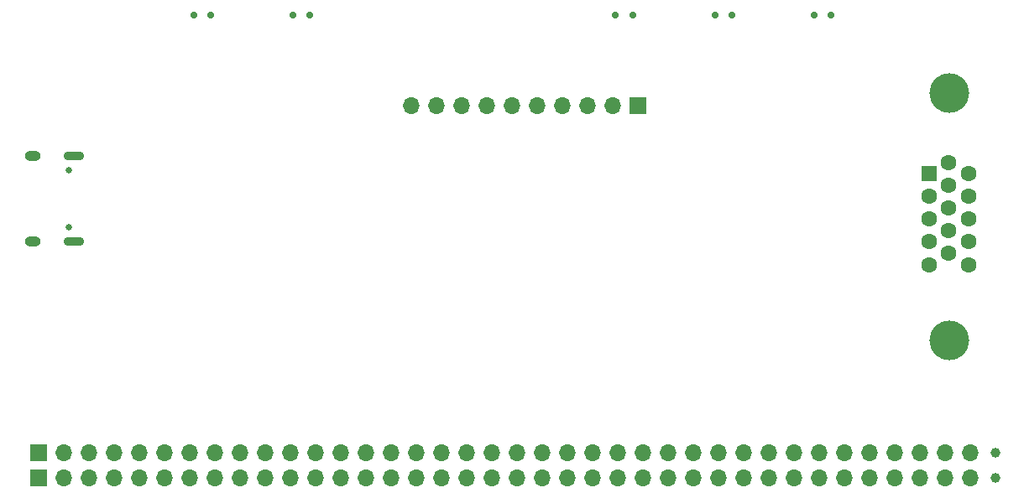
<source format=gbs>
G04 #@! TF.GenerationSoftware,KiCad,Pcbnew,6.0.7-f9a2dced07~116~ubuntu22.04.1*
G04 #@! TF.CreationDate,2022-10-07T14:15:52-07:00*
G04 #@! TF.ProjectId,rc2014compat-pico-vga,72633230-3134-4636-9f6d-7061742d7069,rev?*
G04 #@! TF.SameCoordinates,Original*
G04 #@! TF.FileFunction,Soldermask,Bot*
G04 #@! TF.FilePolarity,Negative*
%FSLAX46Y46*%
G04 Gerber Fmt 4.6, Leading zero omitted, Abs format (unit mm)*
G04 Created by KiCad (PCBNEW 6.0.7-f9a2dced07~116~ubuntu22.04.1) date 2022-10-07 14:15:52*
%MOMM*%
%LPD*%
G01*
G04 APERTURE LIST*
%ADD10C,0.700000*%
%ADD11R,1.700000X1.700000*%
%ADD12O,1.700000X1.700000*%
%ADD13C,4.000000*%
%ADD14R,1.600000X1.600000*%
%ADD15C,1.600000*%
%ADD16C,0.650000*%
%ADD17O,1.600000X1.000000*%
%ADD18O,2.100000X0.900000*%
%ADD19C,1.000000*%
G04 APERTURE END LIST*
D10*
G04 #@! TO.C,SW1*
X181362000Y-104910000D03*
X183062000Y-104910000D03*
G04 #@! TD*
G04 #@! TO.C,SW4*
X233940000Y-104910000D03*
X235640000Y-104910000D03*
G04 #@! TD*
G04 #@! TO.C,SW6*
X171362000Y-104910000D03*
X173062000Y-104910000D03*
G04 #@! TD*
D11*
G04 #@! TO.C,J1*
X216149300Y-114032800D03*
D12*
X213609300Y-114032800D03*
X211069300Y-114032800D03*
X208529300Y-114032800D03*
X205989300Y-114032800D03*
X203449300Y-114032800D03*
X200909300Y-114032800D03*
X198369300Y-114032800D03*
X195829300Y-114032800D03*
X193289300Y-114032800D03*
G04 #@! TD*
D13*
G04 #@! TO.C,J2*
X247605669Y-112737000D03*
X247605669Y-137737000D03*
D14*
X245555669Y-120922000D03*
D15*
X245555669Y-123212000D03*
X245555669Y-125502000D03*
X245555669Y-127792000D03*
X245555669Y-130082000D03*
X247535669Y-119777000D03*
X247535669Y-122067000D03*
X247535669Y-124357000D03*
X247535669Y-126647000D03*
X247535669Y-128937000D03*
X249515669Y-120922000D03*
X249515669Y-123212000D03*
X249515669Y-125502000D03*
X249515669Y-127792000D03*
X249515669Y-130082000D03*
G04 #@! TD*
D10*
G04 #@! TO.C,SW2*
X215640000Y-104910000D03*
X213940000Y-104910000D03*
G04 #@! TD*
G04 #@! TO.C,SW3*
X223940000Y-104910000D03*
X225640000Y-104910000D03*
G04 #@! TD*
D16*
G04 #@! TO.C,J3*
X158782000Y-126334000D03*
X158782000Y-120554000D03*
D17*
X155102000Y-127764000D03*
D18*
X159282000Y-119124000D03*
X159282000Y-127764000D03*
D17*
X155102000Y-119124000D03*
G04 #@! TD*
D11*
G04 #@! TO.C,J5*
X155702000Y-151612600D03*
D12*
X158242000Y-151612600D03*
X160782000Y-151612600D03*
X163322000Y-151612600D03*
X165862000Y-151612600D03*
X168402000Y-151612600D03*
X170942000Y-151612600D03*
X173482000Y-151612600D03*
X176022000Y-151612600D03*
X178562000Y-151612600D03*
X181102000Y-151612600D03*
X183642000Y-151612600D03*
X186182000Y-151612600D03*
X188722000Y-151612600D03*
X191262000Y-151612600D03*
X193802000Y-151612600D03*
X196342000Y-151612600D03*
X198882000Y-151612600D03*
X201422000Y-151612600D03*
X203962000Y-151612600D03*
X206502000Y-151612600D03*
X209042000Y-151612600D03*
X211582000Y-151612600D03*
X214122000Y-151612600D03*
X216662000Y-151612600D03*
X219202000Y-151612600D03*
X221742000Y-151612600D03*
X224282000Y-151612600D03*
X226822000Y-151612600D03*
X229362000Y-151612600D03*
X231902000Y-151612600D03*
X234442000Y-151612600D03*
X236982000Y-151612600D03*
X239522000Y-151612600D03*
X242062000Y-151612600D03*
X244602000Y-151612600D03*
X247142000Y-151612600D03*
X249682000Y-151612600D03*
D19*
X252222000Y-151612600D03*
G04 #@! TD*
D11*
G04 #@! TO.C,J4*
X155702000Y-149072600D03*
D12*
X158242000Y-149072600D03*
X160782000Y-149072600D03*
X163322000Y-149072600D03*
X165862000Y-149072600D03*
X168402000Y-149072600D03*
X170942000Y-149072600D03*
X173482000Y-149072600D03*
X176022000Y-149072600D03*
X178562000Y-149072600D03*
X181102000Y-149072600D03*
X183642000Y-149072600D03*
X186182000Y-149072600D03*
X188722000Y-149072600D03*
X191262000Y-149072600D03*
X193802000Y-149072600D03*
X196342000Y-149072600D03*
X198882000Y-149072600D03*
X201422000Y-149072600D03*
X203962000Y-149072600D03*
X206502000Y-149072600D03*
X209042000Y-149072600D03*
X211582000Y-149072600D03*
X214122000Y-149072600D03*
X216662000Y-149072600D03*
X219202000Y-149072600D03*
X221742000Y-149072600D03*
X224282000Y-149072600D03*
X226822000Y-149072600D03*
X229362000Y-149072600D03*
X231902000Y-149072600D03*
X234442000Y-149072600D03*
X236982000Y-149072600D03*
X239522000Y-149072600D03*
X242062000Y-149072600D03*
X244602000Y-149072600D03*
X247142000Y-149072600D03*
X249682000Y-149072600D03*
D19*
X252222000Y-149072600D03*
G04 #@! TD*
M02*

</source>
